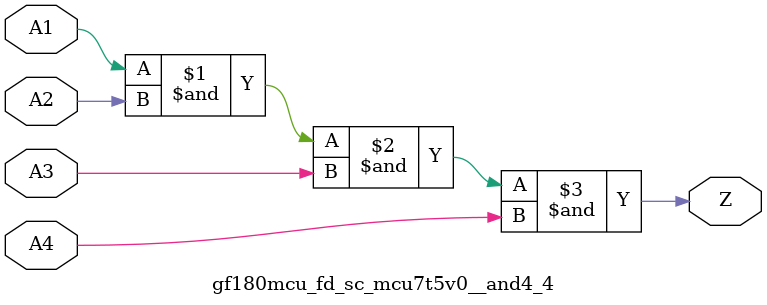
<source format=v>

module gf180mcu_fd_sc_mcu7t5v0__and4_4( A4, A3, A1, A2, Z );
input A1, A2, A3, A4;
output Z;

	and MGM_BG_0( Z, A1, A2, A3, A4 );

endmodule

</source>
